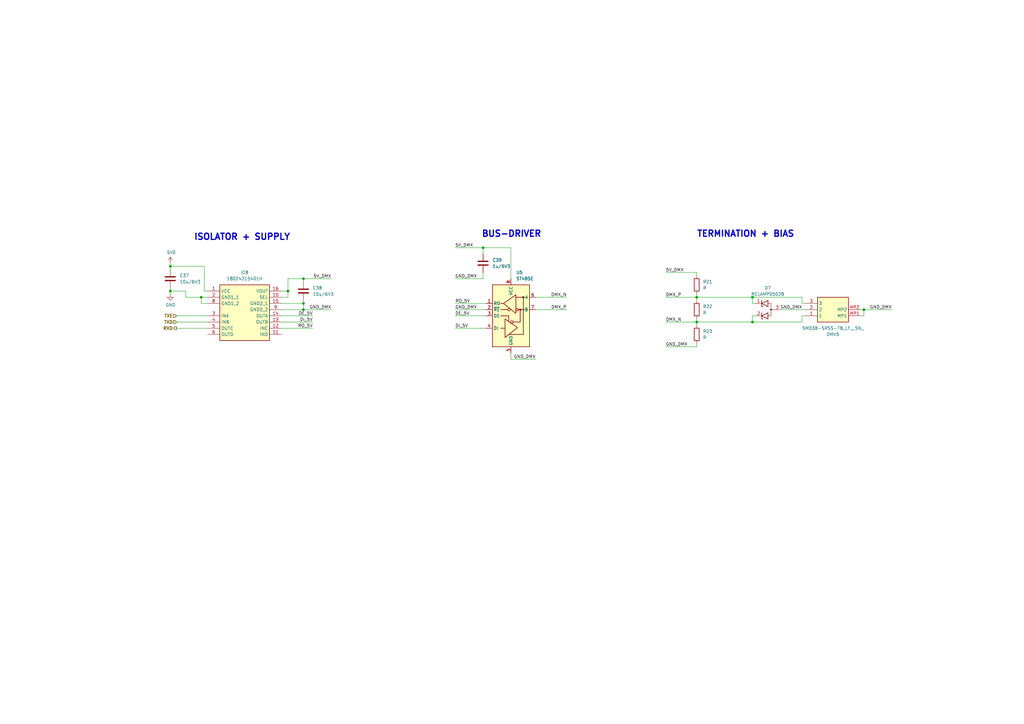
<source format=kicad_sch>
(kicad_sch (version 20250114) (generator "eeschema") (generator_version "9.0")
  (paper "A3")
  (lib_symbols
    (symbol "Device:C" (pin_numbers (hide yes)) (pin_names (offset 0.254))
      (property "Reference" "C" (at 0.635 2.54 0))
      (property "Value" "C" (at 0.635 -2.54 0))
      (symbol "C_0_1"
        (polyline (pts (xy -2.032 0.762) (xy 2.032 0.762)) (stroke (width 0.508)))
        (polyline (pts (xy -2.032 -0.762) (xy 2.032 -0.762)) (stroke (width 0.508)))
      )
      (symbol "C_1_1"
        (pin passive line (at 0 3.81 270) (length 2.794) (name "~") (number "1"))
        (pin passive line (at 0 -3.81 90) (length 2.794) (name "~") (number "2"))
      )
    )
    (symbol "Device:R" (pin_numbers (hide yes)) (pin_names (offset 0))
      (property "Reference" "R" (at 2.032 0 90))
      (property "Value" "R" (at 0 0 90))
      (symbol "R_0_1"
        (rectangle (start -1.016 -2.54) (end 1.016 2.54) (stroke (width 0.254)))
      )
      (symbol "R_1_1"
        (pin passive line (at 0 3.81 270) (length 1.27) (name "~") (number "1"))
        (pin passive line (at 0 -3.81 90) (length 1.27) (name "~") (number "2"))
      )
    )
    (symbol "Interface_UART:ST485E"
      (property "Reference" "U" (at -6.985 13.97 0))
      (property "Value" "ST485E" (at 2.54 13.97 0))
      (symbol "ST485E_0_1"
        (rectangle (start -7.62 12.7) (end 7.62 -12.7) (stroke (width 0.254)) (fill (type background)))
        (polyline (pts (xy -4.191 2.54) (xy -1.27 2.54)) (stroke (width 0.254)))
        (polyline (pts (xy -4.191 0) (xy -0.889 0) (xy -0.889 -2.286)) (stroke (width 0.254)))
        (polyline (pts (xy -3.175 5.08) (xy -4.191 5.08) (xy -4.064 5.08)) (stroke (width 0.254)))
        (polyline (pts (xy -2.54 -5.08) (xy -4.191 -5.08)) (stroke (width 0.254)))
        (polyline (pts (xy -2.413 -5.08) (xy -2.413 -1.27) (xy 2.667 -4.826) (xy -2.413 -8.89) (xy -2.413 -5.08)) (stroke (width 0.254)))
        (polyline (pts (xy -0.635 -7.62) (xy 5.08 -7.62)) (stroke (width 0.254)))
        (circle (center 0.381 -2.54) (radius 0.508) (stroke (width 0.254)))
        (polyline (pts (xy 0.889 -2.54) (xy 3.81 -2.54)) (stroke (width 0.254)))
        (polyline (pts (xy 2.032 7.62) (xy 5.715 7.62)) (stroke (width 0.254)))
        (polyline (pts (xy 3.048 2.54) (xy 5.715 2.54)) (stroke (width 0.254)))
        (circle (center 3.81 2.54) (radius 0.2794) (stroke (width 0.254)) (fill (type outline)))
        (polyline (pts (xy 3.81 -2.54) (xy 3.81 2.54)) (stroke (width 0.254)))
        (polyline (pts (xy 5.08 -7.62) (xy 5.08 7.62)) (stroke (width 0.254)))
      )
      (symbol "ST485E_1_1"
        (circle (center -0.762 2.54) (radius 0.508) (stroke (width 0.254)))
        (polyline (pts (xy 2.032 4.826) (xy 2.032 8.636) (xy -3.048 5.08) (xy 2.032 1.016) (xy 2.032 4.826)) (stroke (width 0.254)))
        (circle (center 2.54 2.54) (radius 0.508) (stroke (width 0.254)))
        (circle (center 5.08 7.62) (radius 0.2794) (stroke (width 0.254)) (fill (type outline)))
        (pin output line (at -10.16 5.08 0) (length 2.54) (name "RO") (number "1"))
        (pin input line (at -10.16 2.54 0) (length 2.54) (name "~{RE}") (number "2"))
        (pin input line (at -10.16 0 0) (length 2.54) (name "DE") (number "3"))
        (pin input line (at -10.16 -5.08 0) (length 2.54) (name "DI") (number "4"))
        (pin power_in line (at 0 15.24 270) (length 2.54) (name "VCC") (number "8"))
        (pin power_in line (at 0 -15.24 90) (length 2.54) (name "GND") (number "5"))
        (pin bidirectional line (at 10.16 7.62 180) (length 2.54) (name "A") (number "6"))
        (pin bidirectional line (at 10.16 2.54 180) (length 2.54) (name "B") (number "7"))
      )
    )
    (symbol "Power_Protection:RCLAMP0502B" (pin_names (hide yes))
      (property "Reference" "D" (at 0 5.08 0))
      (property "Value" "RCLAMP0502B" (at 0 -5.08 0))
      (symbol "RCLAMP0502B_0_1"
        (polyline (pts (xy -2.54 0) (xy -1.27 0)))
        (polyline (pts (xy -1.27 2.54) (xy -1.27 -2.54)))
        (polyline (pts (xy 0 2.54) (xy -1.27 2.54)) (stroke (width 0.1524)))
        (polyline (pts (xy 0 1.27) (xy 0 3.81) (xy 2.54 2.54) (xy 0 1.27)) (stroke (width 0.254)))
        (polyline (pts (xy 2.54 3.81) (xy 2.54 1.27) (xy 2.032 1.27)) (stroke (width 0.254)))
        (pin passive line (at -5.08 0 0) (length 2.54) (name "A") (number "3"))
      )
      (symbol "RCLAMP0502B_1_1"
        (circle (center -1.27 0) (radius 0.254) (fill (type outline)))
        (polyline (pts (xy 0 -2.54) (xy -1.27 -2.54)) (stroke (width 0.1524)))
        (polyline (pts (xy 0 -3.81) (xy 0 -1.27) (xy 2.54 -2.54) (xy 0 -3.81)) (stroke (width 0.254)))
        (polyline (pts (xy 2.54 -1.27) (xy 2.54 -3.81) (xy 2.032 -3.81)) (stroke (width 0.254)))
        (pin passive line (at 5.08 2.54 180) (length 2.54) (name "K1") (number "1"))
        (pin passive line (at 5.08 -2.54 180) (length 2.54) (name "K2") (number "2"))
      )
    )
    (symbol "SamacSys_Parts:18024215401H"
      (property "Reference" "IC" (at 0 5.08 0))
      (property "Value" "18024215401H" (at 0 2.54 0))
      (symbol "18024215401H_1_1"
        (rectangle (start 0 0) (end 20.32 -22.86) (stroke (width 0.254)) (fill (type background)))
        (pin power_in line (at -5.08 -2.54 0) (length 5.08) (name "VCC") (number "1"))
        (pin power_in line (at -5.08 -5.08 0) (length 5.08) (name "GND1_1") (number "2"))
        (pin power_in line (at -5.08 -7.62 0) (length 5.08) (name "GND1_2") (number "8"))
        (pin input line (at -5.08 -12.7 0) (length 5.08) (name "INA") (number "3"))
        (pin input line (at -5.08 -15.24 0) (length 5.08) (name "INB") (number "4"))
        (pin output line (at -5.08 -17.78 0) (length 5.08) (name "OUTC") (number "5"))
        (pin output line (at -5.08 -20.32 0) (length 5.08) (name "OUTD") (number "6"))
        (pin power_out line (at 25.4 -2.54 180) (length 5.08) (name "VOUT") (number "16"))
        (pin passive line (at 25.4 -5.08 180) (length 5.08) (name "SEL") (number "10"))
        (pin power_out line (at 25.4 -7.62 180) (length 5.08) (name "GND2_1") (number "15"))
        (pin power_out line (at 25.4 -10.16 180) (length 5.08) (name "GND2_2") (number "9"))
        (pin output line (at 25.4 -12.7 180) (length 5.08) (name "OUTA") (number "14"))
        (pin output line (at 25.4 -15.24 180) (length 5.08) (name "OUTB") (number "13"))
        (pin input line (at 25.4 -17.78 180) (length 5.08) (name "INC") (number "12"))
        (pin input line (at 25.4 -20.32 180) (length 5.08) (name "IND") (number "11"))
      )
    )
    (symbol "SamacSys_Parts:SM03B-SRSS-TB_LF__SN_"
      (property "Reference" "J" (at 19.05 7.62 0))
      (property "Value" "SM03B-SRSS-TB_LF__SN_" (at 19.05 5.08 0))
      (symbol "SM03B-SRSS-TB_LF__SN__1_1"
        (rectangle (start 5.08 2.54) (end 17.78 -7.62) (stroke (width 0.254)) (fill (type background)))
        (pin passive line (at 0 0 0) (length 5.08) (name "MP1") (number "MP1"))
        (pin passive line (at 0 -2.54 0) (length 5.08) (name "MP2") (number "MP2"))
        (pin passive line (at 22.86 0 180) (length 5.08) (name "1") (number "1"))
        (pin passive line (at 22.86 -2.54 180) (length 5.08) (name "2") (number "2"))
        (pin passive line (at 22.86 -5.08 180) (length 5.08) (name "3") (number "3"))
      )
    )
    (symbol "power:+3V3" (power) (pin_names (offset 0))
      (property "Value" "+3V3" (at 0 3.556 0))
      (symbol "+3V3_0_1"
        (polyline (pts (xy -0.762 1.27) (xy 0 2.54)))
        (polyline (pts (xy 0 2.54) (xy 0.762 1.27)))
        (polyline (pts (xy 0 0) (xy 0 2.54)))
      )
      (symbol "+3V3_1_1"
        (pin power_in line (at 0 0 90) (length 0) (hide yes) (name "+3V3") (number "1"))
      )
    )
    (symbol "power:GND" (power) (pin_names (offset 0))
      (property "Value" "GND" (at 0 -3.81 0))
      (symbol "GND_0_1"
        (polyline (pts (xy 0 0) (xy 0 -1.27) (xy 1.27 -1.27) (xy 0 -2.54) (xy -1.27 -1.27) (xy 0 -1.27)))
      )
      (symbol "GND_1_1"
        (pin power_in line (at 0 0 270) (length 0) (hide yes) (name "GND") (number "1"))
      )
    )
  )
  (text "BUS-DRIVER" (at 209.804 96.012 0) (effects (font (size 2.54 2.54) (thickness 0.508) (bold yes))))
  (text "ISOLATOR + SUPPLY" (at 99.314 97.282 0) (effects (font (size 2.54 2.54) (thickness 0.508) (bold yes))))
  (text "TERMINATION + BIAS" (at 305.816 96.012 0) (effects (font (size 2.54 2.54) (thickness 0.508) (bold yes))))
  (junction (at 118.11 119.38))
  (junction (at 198.12 101.6))
  (junction (at 69.85 119.38))
  (junction (at 308.61 121.92))
  (junction (at 285.75 132.08))
  (junction (at 124.46 124.46))
  (junction (at 124.46 114.3))
  (junction (at 124.46 127))
  (junction (at 354.33 127))
  (junction (at 308.61 132.08))
  (junction (at 285.75 121.92))
  (junction (at 69.85 109.22))
  (junction (at 82.55 121.92))
  (wire (pts (xy 232.41 127) (xy 219.71 127)))
  (wire (pts (xy 118.11 114.3) (xy 124.46 114.3)))
  (wire (pts (xy 273.05 132.08) (xy 285.75 132.08)))
  (wire (pts (xy 209.55 147.32) (xy 219.71 147.32)))
  (wire (pts (xy 128.27 134.62) (xy 115.57 134.62)))
  (wire (pts (xy 365.76 127) (xy 354.33 127)))
  (wire (pts (xy 209.55 101.6) (xy 209.55 114.3)))
  (wire (pts (xy 118.11 119.38) (xy 118.11 114.3)))
  (wire (pts (xy 72.39 129.54) (xy 85.09 129.54)))
  (wire (pts (xy 232.41 121.92) (xy 219.71 121.92)))
  (wire (pts (xy 69.85 119.38) (xy 76.2 119.38)))
  (wire (pts (xy 118.11 121.92) (xy 118.11 119.38)))
  (wire (pts (xy 328.93 124.46) (xy 330.2 124.46)))
  (wire (pts (xy 308.61 124.46) (xy 308.61 121.92)))
  (wire (pts (xy 198.12 114.3) (xy 186.69 114.3)))
  (wire (pts (xy 273.05 111.76) (xy 285.75 111.76)))
  (wire (pts (xy 118.11 119.38) (xy 115.57 119.38)))
  (wire (pts (xy 82.55 121.92) (xy 85.09 121.92)))
  (wire (pts (xy 285.75 113.03) (xy 285.75 111.76)))
  (wire (pts (xy 328.93 129.54) (xy 328.93 132.08)))
  (wire (pts (xy 198.12 111.76) (xy 198.12 114.3)))
  (wire (pts (xy 308.61 121.92) (xy 328.93 121.92)))
  (wire (pts (xy 309.88 129.54) (xy 308.61 129.54)))
  (wire (pts (xy 69.85 107.95) (xy 69.85 109.22)))
  (wire (pts (xy 186.69 127) (xy 199.39 127)))
  (wire (pts (xy 76.2 121.92) (xy 82.55 121.92)))
  (wire (pts (xy 83.82 119.38) (xy 83.82 109.22)))
  (wire (pts (xy 198.12 101.6) (xy 198.12 104.14)))
  (wire (pts (xy 115.57 127) (xy 124.46 127)))
  (wire (pts (xy 186.69 124.46) (xy 199.39 124.46)))
  (wire (pts (xy 285.75 132.08) (xy 285.75 133.35)))
  (wire (pts (xy 328.93 132.08) (xy 308.61 132.08)))
  (wire (pts (xy 83.82 109.22) (xy 69.85 109.22)))
  (wire (pts (xy 285.75 140.97) (xy 285.75 142.24)))
  (wire (pts (xy 115.57 121.92) (xy 118.11 121.92)))
  (wire (pts (xy 320.04 127) (xy 330.2 127)))
  (wire (pts (xy 198.12 101.6) (xy 209.55 101.6)))
  (wire (pts (xy 186.69 129.54) (xy 199.39 129.54)))
  (wire (pts (xy 85.09 124.46) (xy 82.55 124.46)))
  (wire (pts (xy 128.27 129.54) (xy 115.57 129.54)))
  (wire (pts (xy 72.39 132.08) (xy 85.09 132.08)))
  (wire (pts (xy 330.2 129.54) (xy 328.93 129.54)))
  (wire (pts (xy 285.75 132.08) (xy 285.75 130.81)))
  (wire (pts (xy 82.55 124.46) (xy 82.55 121.92)))
  (wire (pts (xy 128.27 132.08) (xy 115.57 132.08)))
  (wire (pts (xy 69.85 109.22) (xy 69.85 110.49)))
  (wire (pts (xy 124.46 114.3) (xy 124.46 115.57)))
  (wire (pts (xy 76.2 119.38) (xy 76.2 121.92)))
  (wire (pts (xy 328.93 121.92) (xy 328.93 124.46)))
  (wire (pts (xy 85.09 119.38) (xy 83.82 119.38)))
  (wire (pts (xy 353.06 129.54) (xy 354.33 129.54)))
  (wire (pts (xy 285.75 120.65) (xy 285.75 121.92)))
  (wire (pts (xy 273.05 121.92) (xy 285.75 121.92)))
  (wire (pts (xy 186.69 134.62) (xy 199.39 134.62)))
  (wire (pts (xy 308.61 129.54) (xy 308.61 132.08)))
  (wire (pts (xy 124.46 127) (xy 135.89 127)))
  (wire (pts (xy 72.39 134.62) (xy 85.09 134.62)))
  (wire (pts (xy 285.75 121.92) (xy 308.61 121.92)))
  (wire (pts (xy 124.46 127) (xy 124.46 124.46)))
  (wire (pts (xy 69.85 118.11) (xy 69.85 119.38)))
  (wire (pts (xy 308.61 132.08) (xy 285.75 132.08)))
  (wire (pts (xy 309.88 124.46) (xy 308.61 124.46)))
  (wire (pts (xy 186.69 101.6) (xy 198.12 101.6)))
  (wire (pts (xy 124.46 114.3) (xy 135.89 114.3)))
  (wire (pts (xy 69.85 120.65) (xy 69.85 119.38)))
  (wire (pts (xy 273.05 142.24) (xy 285.75 142.24)))
  (wire (pts (xy 285.75 121.92) (xy 285.75 123.19)))
  (wire (pts (xy 353.06 127) (xy 354.33 127)))
  (wire (pts (xy 115.57 124.46) (xy 124.46 124.46)))
  (wire (pts (xy 209.55 144.78) (xy 209.55 147.32)))
  (wire (pts (xy 124.46 124.46) (xy 124.46 123.19)))
  (wire (pts (xy 354.33 129.54) (xy 354.33 127)))
  (label "DMX_N" (at 232.41 121.92 180))
  (label "5V_DMX" (at 135.89 114.3 180))
  (label "RO_5V" (at 186.69 124.46 0))
  (label "GND_DMX" (at 365.76 127 180))
  (label "GND_DMX" (at 186.69 127 0))
  (label "GND_DMX" (at 186.69 114.3 0))
  (label "DI_5V" (at 186.69 134.62 0))
  (label "GND_DMX" (at 320.04 127 0))
  (label "DMX_P" (at 232.41 127 180))
  (label "DI_5V" (at 128.27 132.08 180))
  (label "DE_5V" (at 186.69 129.54 0))
  (label "5V_DMX" (at 273.05 111.76 0))
  (label "DMX_P" (at 273.05 121.92 0))
  (label "DMX_N" (at 273.05 132.08 0))
  (label "GND_DMX" (at 273.05 142.24 0))
  (label "DE_5V" (at 128.27 129.54 180))
  (label "GND_DMX" (at 219.71 147.32 180))
  (label "5V_DMX" (at 186.69 101.6 0))
  (label "RO_5V" (at 128.27 134.62 180))
  (label "GND_DMX" (at 135.89 127 180))
  (hierarchical_label "TXE" (shape input) (at 72.39 129.54 180) (effects (font (thickness 0.254) (bold yes))))
  (hierarchical_label "TXD" (shape input) (at 72.39 132.08 180) (effects (font (thickness 0.254) (bold yes))))
  (hierarchical_label "RXD" (shape output) (at 72.39 134.62 180) (effects (font (thickness 0.254) (bold yes))))
  (symbol (lib_id "Device:R") (at 285.75 137.16 0) (unit 1)
    (property "Reference" "R11" (at 288.29 135.8899 0) (effects (justify left)))
    (property "Value" "R" (at 288.29 138.4299 0) (effects (justify left)))
    (property "Footprint" "Resistor_SMD:R_0603_1608Metric" (effects (hide yes)))
    (property "Description" "Resistor" (effects (hide yes)))
    (instances (project "ArtNetNode" (path "" (reference "R23") (unit 1)) (path "" (reference "R44") (unit 1)) (path "" (reference "R20") (unit 1)) (path "" (reference "R11") (unit 1)) (path "" (reference "R29") (unit 1)) (path "" (reference "R35") (unit 1)) (path "" (reference "R32") (unit 1)) (path "" (reference "R26") (unit 1)) (path "" (reference "R14") (unit 1)) (path "" (reference "R17") (unit 1)) (path "" (reference "R41") (unit 1)) (path "" (reference "R38") (unit 1))))
  )
  (symbol (lib_id "Power_Protection:RCLAMP0502B") (at 314.96 127 0) (mirror y) (unit 1)
    (property "Reference" "D3" (at 314.8965 118.11 0))
    (property "Value" "RCLAMP0502B" (at 314.8965 120.65 0))
    (property "Footprint" "Package_TO_SOT_SMD:SOT-416" (effects (hide yes)))
    (property "Datasheet" "https://www.semtech.com/products/circuit-protection/low-capacitance/rclamp0502b" (effects (hide yes)))
    (property "Description" "Low capacitance unidirectional dual ESD protection diode, SC-75" (effects (hide yes)))
    (instances (project "ArtNetNode" (path "" (reference "D7") (unit 1)) (path "" (reference "D14") (unit 1)) (path "" (reference "D6") (unit 1)) (path "" (reference "D3") (unit 1)) (path "" (reference "D9") (unit 1)) (path "" (reference "D11") (unit 1)) (path "" (reference "D10") (unit 1)) (path "" (reference "D8") (unit 1)) (path "" (reference "D4") (unit 1)) (path "" (reference "D5") (unit 1)) (path "" (reference "D13") (unit 1)) (path "" (reference "D12") (unit 1))))
  )
  (symbol (lib_id "SamacSys_Parts:18024215401H") (at 90.17 116.84 0) (unit 1)
    (property "Reference" "IC4" (at 100.33 111.76 0))
    (property "Value" "18024215401H" (at 100.33 114.3 0))
    (property "Footprint" "SamacSys_Parts:18024215401H" (effects (hide yes)))
    (property "Datasheet" "https://www.we-online.com/components/products/download/3D_CDIP_18024x15401x+%28rev1%29.pdf" (effects (hide yes)))
    (property "Description" "WPME-CDIP Capacitive Digital Isolator Powered SOIC-16WB / 4 channels (2/2) / Viso = 5 kV / DR = 100 Mbps / 10.3 x 10.3 x 2.65mm / default output high" (effects (hide yes)))
    (property "Height" "2.65" (effects (hide yes)))
    (property "Mouser Part Number" "710-18024215401H" (effects (hide yes)))
    (property "Mouser Price/Stock" "https://www.mouser.co.uk/ProductDetail/Wurth-Elektronik/18024215401H?qs=Z%252BL2brAPG1KvhNhxCZ%2FzpQ%3D%3D" (effects (hide yes)))
    (property "Manufacturer_Name" "Wurth Elektronik" (effects (hide yes)))
    (property "Manufacturer_Part_Number" "18024215401H" (effects (hide yes)))
    (instances (project "ArtNetNode" (path "" (reference "IC8") (unit 1)) (path "" (reference "IC15") (unit 1)) (path "" (reference "IC7") (unit 1)) (path "" (reference "IC4") (unit 1)) (path "" (reference "IC10") (unit 1)) (path "" (reference "IC12") (unit 1)) (path "" (reference "IC11") (unit 1)) (path "" (reference "IC9") (unit 1)) (path "" (reference "IC5") (unit 1)) (path "" (reference "IC6") (unit 1)) (path "" (reference "IC14") (unit 1)) (path "" (reference "IC13") (unit 1))))
  )
  (symbol (lib_id "Device:C") (at 198.12 107.95 0) (unit 1)
    (property "Reference" "C27" (at 201.93 106.6799 0) (effects (justify left)))
    (property "Value" "1u/6V3" (at 201.93 109.2199 0) (effects (justify left)))
    (property "Footprint" "Capacitor_SMD:C_0603_1608Metric" (effects (hide yes)))
    (property "Description" "Unpolarized capacitor" (effects (hide yes)))
    (instances (project "ArtNetNode" (path "" (reference "C39") (unit 1)) (path "" (reference "C60") (unit 1)) (path "" (reference "C36") (unit 1)) (path "" (reference "C27") (unit 1)) (path "" (reference "C45") (unit 1)) (path "" (reference "C51") (unit 1)) (path "" (reference "C48") (unit 1)) (path "" (reference "C42") (unit 1)) (path "" (reference "C30") (unit 1)) (path "" (reference "C33") (unit 1)) (path "" (reference "C57") (unit 1)) (path "" (reference "C54") (unit 1))))
  )
  (symbol (lib_id "Device:R") (at 285.75 127 0) (unit 1)
    (property "Reference" "R10" (at 288.29 125.7299 0) (effects (justify left)))
    (property "Value" "R" (at 288.29 128.2699 0) (effects (justify left)))
    (property "Footprint" "Resistor_SMD:R_0603_1608Metric" (effects (hide yes)))
    (property "Description" "Resistor" (effects (hide yes)))
    (instances (project "ArtNetNode" (path "" (reference "R22") (unit 1)) (path "" (reference "R43") (unit 1)) (path "" (reference "R19") (unit 1)) (path "" (reference "R10") (unit 1)) (path "" (reference "R28") (unit 1)) (path "" (reference "R34") (unit 1)) (path "" (reference "R31") (unit 1)) (path "" (reference "R25") (unit 1)) (path "" (reference "R13") (unit 1)) (path "" (reference "R16") (unit 1)) (path "" (reference "R40") (unit 1)) (path "" (reference "R37") (unit 1))))
  )
  (symbol (lib_id "Device:C") (at 124.46 119.38 0) (unit 1)
    (property "Reference" "C26" (at 128.27 118.1099 0) (effects (justify left)))
    (property "Value" "10u/6V3" (at 128.27 120.6499 0) (effects (justify left)))
    (property "Footprint" "Capacitor_SMD:C_0603_1608Metric" (effects (hide yes)))
    (property "Description" "Unpolarized capacitor" (effects (hide yes)))
    (instances (project "ArtNetNode" (path "" (reference "C38") (unit 1)) (path "" (reference "C59") (unit 1)) (path "" (reference "C35") (unit 1)) (path "" (reference "C26") (unit 1)) (path "" (reference "C44") (unit 1)) (path "" (reference "C50") (unit 1)) (path "" (reference "C47") (unit 1)) (path "" (reference "C41") (unit 1)) (path "" (reference "C29") (unit 1)) (path "" (reference "C32") (unit 1)) (path "" (reference "C56") (unit 1)) (path "" (reference "C53") (unit 1))))
  )
  (symbol (lib_id "power:+3V3") (at 69.85 107.95 0) (unit 1)
    (property "Reference" "#PWR032" (effects (hide yes)))
    (property "Value" "5V0" (at 70.231 103.5558 0))
    (instances (project "ArtNetNode" (path "" (reference "#PWR040") (unit 1)) (path "" (reference "#PWR054") (unit 1)) (path "" (reference "#PWR038") (unit 1)) (path "" (reference "#PWR032") (unit 1)) (path "" (reference "#PWR044") (unit 1)) (path "" (reference "#PWR048") (unit 1)) (path "" (reference "#PWR046") (unit 1)) (path "" (reference "#PWR042") (unit 1)) (path "" (reference "#PWR034") (unit 1)) (path "" (reference "#PWR036") (unit 1)) (path "" (reference "#PWR052") (unit 1)) (path "" (reference "#PWR050") (unit 1))))
  )
  (symbol (lib_id "Interface_UART:ST485E") (at 209.55 129.54 0) (unit 1)
    (property "Reference" "U1" (at 211.6933 111.76 0) (effects (justify left)))
    (property "Value" "ST485E" (at 211.6933 114.3 0) (effects (justify left)))
    (property "Footprint" "Package_SO:SOIC-8_3.9x4.9mm_P1.27mm" (effects (hide yes)))
    (property "Datasheet" "http://www.st.com/resource/en/datasheet/st485eb.pdf" (effects (hide yes)))
    (property "Description" "Half duplex RS-485/RS-422, 5 Mbps, ±15kV ESD, 5V supply, 256 bus load, SOIC-8" (effects (hide yes)))
    (instances (project "ArtNetNode" (path "" (reference "U5") (unit 1)) (path "" (reference "U12") (unit 1)) (path "" (reference "U4") (unit 1)) (path "" (reference "U1") (unit 1)) (path "" (reference "U7") (unit 1)) (path "" (reference "U9") (unit 1)) (path "" (reference "U8") (unit 1)) (path "" (reference "U6") (unit 1)) (path "" (reference "U2") (unit 1)) (path "" (reference "U3") (unit 1)) (path "" (reference "U11") (unit 1)) (path "" (reference "U10") (unit 1))))
  )
  (symbol (lib_id "Device:C") (at 69.85 114.3 0) (unit 1)
    (property "Reference" "C25" (at 73.66 113.0299 0) (effects (justify left)))
    (property "Value" "10u/6V3" (at 73.66 115.5699 0) (effects (justify left)))
    (property "Footprint" "Capacitor_SMD:C_0603_1608Metric" (effects (hide yes)))
    (property "Description" "Unpolarized capacitor" (effects (hide yes)))
    (instances (project "ArtNetNode" (path "" (reference "C37") (unit 1)) (path "" (reference "C58") (unit 1)) (path "" (reference "C34") (unit 1)) (path "" (reference "C25") (unit 1)) (path "" (reference "C43") (unit 1)) (path "" (reference "C49") (unit 1)) (path "" (reference "C46") (unit 1)) (path "" (reference "C40") (unit 1)) (path "" (reference "C28") (unit 1)) (path "" (reference "C31") (unit 1)) (path "" (reference "C55") (unit 1)) (path "" (reference "C52") (unit 1))))
  )
  (symbol (lib_id "Device:R") (at 285.75 116.84 0) (unit 1)
    (property "Reference" "R9" (at 288.29 115.5699 0) (effects (justify left)))
    (property "Value" "R" (at 288.29 118.1099 0) (effects (justify left)))
    (property "Footprint" "Resistor_SMD:R_0603_1608Metric" (effects (hide yes)))
    (property "Description" "Resistor" (effects (hide yes)))
    (instances (project "ArtNetNode" (path "" (reference "R21") (unit 1)) (path "" (reference "R42") (unit 1)) (path "" (reference "R18") (unit 1)) (path "" (reference "R9") (unit 1)) (path "" (reference "R27") (unit 1)) (path "" (reference "R33") (unit 1)) (path "" (reference "R30") (unit 1)) (path "" (reference "R24") (unit 1)) (path "" (reference "R12") (unit 1)) (path "" (reference "R15") (unit 1)) (path "" (reference "R39") (unit 1)) (path "" (reference "R36") (unit 1))))
  )
  (symbol (lib_id "power:GND") (at 69.85 120.65 0) (unit 1)
    (property "Reference" "#PWR033" (effects (hide yes)))
    (property "Value" "GND" (at 69.977 125.0442 0))
    (instances (project "ArtNetNode" (path "" (reference "#PWR041") (unit 1)) (path "" (reference "#PWR055") (unit 1)) (path "" (reference "#PWR039") (unit 1)) (path "" (reference "#PWR033") (unit 1)) (path "" (reference "#PWR045") (unit 1)) (path "" (reference "#PWR049") (unit 1)) (path "" (reference "#PWR047") (unit 1)) (path "" (reference "#PWR043") (unit 1)) (path "" (reference "#PWR035") (unit 1)) (path "" (reference "#PWR037") (unit 1)) (path "" (reference "#PWR053") (unit 1)) (path "" (reference "#PWR051") (unit 1))))
  )
  (symbol (lib_id "SamacSys_Parts:SM03B-SRSS-TB_LF__SN_") (at 353.06 129.54 180) (unit 1)
    (property "Reference" "DMX1" (at 341.63 137.16 0))
    (property "Value" "SM03B-SRSS-TB_LF__SN_" (at 341.63 134.62 0))
    (property "Footprint" "SamacSys_Parts:SM03BSRSSTBLFSN" (effects (hide yes)))
    (property "Datasheet" "http://www.jst-mfg.com/product/pdf/eng/eSR.pdf" (effects (hide yes)))
    (property "Description" "Wire To Board / Wire To Wire Connector RoHS" (effects (hide yes)))
    (property "Height" "2.9" (effects (hide yes)))
    (property "Manufacturer_Name" "JST (JAPAN SOLDERLESS TERMINALS)" (effects (hide yes)))
    (property "Manufacturer_Part_Number" "SM03B-SRSS-TB(LF)(SN)" (effects (hide yes)))
    (property "Mouser Part Number" "N/A" (effects (hide yes)))
    (property "Mouser Price/Stock" "https://www.mouser.co.uk/ProductDetail/JST-Commercial/SM03B-SRSS-TBLFSN?qs=IKkN%2F947nfBpJw20m79wuw%3D%3D" (effects (hide yes)))
    (property "Arrow Part Number" "SM03B-SRSS-TB(LF)(SN)" (effects (hide yes)))
    (property "Arrow Price/Stock" "https://www.arrow.com/en/products/sm03b-srss-tb-lf-sn/jst-manufacturing?utm_currency=USD&region=europe" (effects (hide yes)))
    (instances (project "ArtNetNode" (path "" (reference "DMX5") (unit 1)) (path "" (reference "DMX12") (unit 1)) (path "" (reference "DMX4") (unit 1)) (path "" (reference "DMX1") (unit 1)) (path "" (reference "DMX7") (unit 1)) (path "" (reference "DMX9") (unit 1)) (path "" (reference "DMX8") (unit 1)) (path "" (reference "DMX6") (unit 1)) (path "" (reference "DMX2") (unit 1)) (path "" (reference "DMX3") (unit 1)) (path "" (reference "DMX11") (unit 1)) (path "" (reference "DMX10") (unit 1))))
  )
)
</source>
